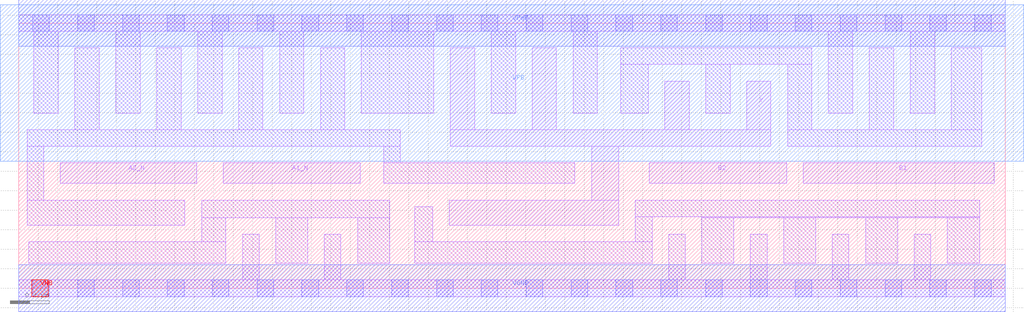
<source format=lef>
# Copyright 2020 The SkyWater PDK Authors
#
# Licensed under the Apache License, Version 2.0 (the "License");
# you may not use this file except in compliance with the License.
# You may obtain a copy of the License at
#
#     https://www.apache.org/licenses/LICENSE-2.0
#
# Unless required by applicable law or agreed to in writing, software
# distributed under the License is distributed on an "AS IS" BASIS,
# WITHOUT WARRANTIES OR CONDITIONS OF ANY KIND, either express or implied.
# See the License for the specific language governing permissions and
# limitations under the License.
#
# SPDX-License-Identifier: Apache-2.0

VERSION 5.7 ;
  NOWIREEXTENSIONATPIN ON ;
  DIVIDERCHAR "/" ;
  BUSBITCHARS "[]" ;
MACRO sky130_fd_sc_hd__o2bb2ai_4
  CLASS CORE ;
  FOREIGN sky130_fd_sc_hd__o2bb2ai_4 ;
  ORIGIN  0.000000  0.000000 ;
  SIZE  10.12000 BY  2.720000 ;
  SYMMETRY X Y R90 ;
  SITE unithd ;
  PIN A1_N
    ANTENNAGATEAREA  0.990000 ;
    DIRECTION INPUT ;
    USE SIGNAL ;
    PORT
      LAYER li1 ;
        RECT 2.095000 1.075000 3.505000 1.285000 ;
    END
  END A1_N
  PIN A2_N
    ANTENNAGATEAREA  0.990000 ;
    DIRECTION INPUT ;
    USE SIGNAL ;
    PORT
      LAYER li1 ;
        RECT 0.425000 1.075000 1.825000 1.285000 ;
    END
  END A2_N
  PIN B1
    ANTENNAGATEAREA  0.990000 ;
    DIRECTION INPUT ;
    USE SIGNAL ;
    PORT
      LAYER li1 ;
        RECT 8.045000 1.075000 10.005000 1.285000 ;
    END
  END B1
  PIN B2
    ANTENNAGATEAREA  0.990000 ;
    DIRECTION INPUT ;
    USE SIGNAL ;
    PORT
      LAYER li1 ;
        RECT 6.465000 1.075000 7.875000 1.285000 ;
    END
  END B2
  PIN VNB
    PORT
      LAYER pwell ;
        RECT 0.135000 -0.085000 0.305000 0.085000 ;
    END
  END VNB
  PIN VPB
    PORT
      LAYER nwell ;
        RECT -0.190000 1.305000 10.310000 2.910000 ;
    END
  END VPB
  PIN Y
    ANTENNADIFFAREA  1.431000 ;
    DIRECTION OUTPUT ;
    USE SIGNAL ;
    PORT
      LAYER li1 ;
        RECT 4.415000 0.645000 6.155000 0.905000 ;
        RECT 4.425000 1.455000 7.715000 1.625000 ;
        RECT 4.425000 1.625000 4.675000 2.465000 ;
        RECT 5.265000 1.625000 5.515000 2.465000 ;
        RECT 5.875000 0.905000 6.155000 1.455000 ;
        RECT 6.625000 1.625000 6.875000 2.125000 ;
        RECT 7.465000 1.625000 7.715000 2.125000 ;
    END
  END Y
  PIN VGND
    DIRECTION INOUT ;
    SHAPE ABUTMENT ;
    USE GROUND ;
    PORT
      LAYER met1 ;
        RECT 0.000000 -0.240000 10.120000 0.240000 ;
    END
  END VGND
  PIN VPWR
    DIRECTION INOUT ;
    SHAPE ABUTMENT ;
    USE POWER ;
    PORT
      LAYER met1 ;
        RECT 0.000000 2.480000 10.120000 2.960000 ;
    END
  END VPWR
  OBS
    LAYER li1 ;
      RECT 0.000000 -0.085000 10.120000 0.085000 ;
      RECT 0.000000  2.635000 10.120000 2.805000 ;
      RECT 0.085000  0.645000  1.705000 0.905000 ;
      RECT 0.085000  0.905000  0.255000 1.455000 ;
      RECT 0.085000  1.455000  3.915000 1.625000 ;
      RECT 0.100000  0.255000  2.125000 0.475000 ;
      RECT 0.155000  1.795000  0.405000 2.635000 ;
      RECT 0.575000  1.625000  0.825000 2.465000 ;
      RECT 0.995000  1.795000  1.245000 2.635000 ;
      RECT 1.415000  1.625000  1.665000 2.465000 ;
      RECT 1.835000  1.795000  2.085000 2.635000 ;
      RECT 1.875000  0.475000  2.125000 0.725000 ;
      RECT 1.875000  0.725000  3.805000 0.905000 ;
      RECT 2.255000  1.625000  2.505000 2.465000 ;
      RECT 2.295000  0.085000  2.465000 0.555000 ;
      RECT 2.635000  0.255000  2.965000 0.725000 ;
      RECT 2.675000  1.795000  2.925000 2.635000 ;
      RECT 3.095000  1.625000  3.345000 2.465000 ;
      RECT 3.135000  0.085000  3.305000 0.555000 ;
      RECT 3.475000  0.255000  3.805000 0.725000 ;
      RECT 3.515000  1.795000  4.255000 2.635000 ;
      RECT 3.745000  1.075000  5.705000 1.285000 ;
      RECT 3.745000  1.285000  3.915000 1.455000 ;
      RECT 4.060000  0.255000  6.495000 0.475000 ;
      RECT 4.060000  0.475000  4.245000 0.835000 ;
      RECT 4.845000  1.795000  5.095000 2.635000 ;
      RECT 5.685000  1.795000  5.935000 2.635000 ;
      RECT 6.175000  1.795000  6.455000 2.295000 ;
      RECT 6.175000  2.295000  8.135000 2.465000 ;
      RECT 6.325000  0.475000  6.495000 0.735000 ;
      RECT 6.325000  0.735000  9.855000 0.905000 ;
      RECT 6.665000  0.085000  6.835000 0.555000 ;
      RECT 7.005000  0.255000  7.335000 0.725000 ;
      RECT 7.005000  0.725000  9.855000 0.735000 ;
      RECT 7.045000  1.795000  7.295000 2.295000 ;
      RECT 7.505000  0.085000  7.675000 0.555000 ;
      RECT 7.845000  0.255000  8.175000 0.725000 ;
      RECT 7.885000  1.455000  9.875000 1.625000 ;
      RECT 7.885000  1.625000  8.135000 2.295000 ;
      RECT 8.305000  1.795000  8.555000 2.635000 ;
      RECT 8.345000  0.085000  8.515000 0.555000 ;
      RECT 8.685000  0.255000  9.015000 0.725000 ;
      RECT 8.725000  1.625000  8.975000 2.465000 ;
      RECT 9.145000  1.795000  9.395000 2.635000 ;
      RECT 9.185000  0.085000  9.355000 0.555000 ;
      RECT 9.525000  0.255000  9.855000 0.725000 ;
      RECT 9.565000  1.625000  9.875000 2.465000 ;
    LAYER mcon ;
      RECT 0.145000 -0.085000 0.315000 0.085000 ;
      RECT 0.145000  2.635000 0.315000 2.805000 ;
      RECT 0.605000 -0.085000 0.775000 0.085000 ;
      RECT 0.605000  2.635000 0.775000 2.805000 ;
      RECT 1.065000 -0.085000 1.235000 0.085000 ;
      RECT 1.065000  2.635000 1.235000 2.805000 ;
      RECT 1.525000 -0.085000 1.695000 0.085000 ;
      RECT 1.525000  2.635000 1.695000 2.805000 ;
      RECT 1.985000 -0.085000 2.155000 0.085000 ;
      RECT 1.985000  2.635000 2.155000 2.805000 ;
      RECT 2.445000 -0.085000 2.615000 0.085000 ;
      RECT 2.445000  2.635000 2.615000 2.805000 ;
      RECT 2.905000 -0.085000 3.075000 0.085000 ;
      RECT 2.905000  2.635000 3.075000 2.805000 ;
      RECT 3.365000 -0.085000 3.535000 0.085000 ;
      RECT 3.365000  2.635000 3.535000 2.805000 ;
      RECT 3.825000 -0.085000 3.995000 0.085000 ;
      RECT 3.825000  2.635000 3.995000 2.805000 ;
      RECT 4.285000 -0.085000 4.455000 0.085000 ;
      RECT 4.285000  2.635000 4.455000 2.805000 ;
      RECT 4.745000 -0.085000 4.915000 0.085000 ;
      RECT 4.745000  2.635000 4.915000 2.805000 ;
      RECT 5.205000 -0.085000 5.375000 0.085000 ;
      RECT 5.205000  2.635000 5.375000 2.805000 ;
      RECT 5.665000 -0.085000 5.835000 0.085000 ;
      RECT 5.665000  2.635000 5.835000 2.805000 ;
      RECT 6.125000 -0.085000 6.295000 0.085000 ;
      RECT 6.125000  2.635000 6.295000 2.805000 ;
      RECT 6.585000 -0.085000 6.755000 0.085000 ;
      RECT 6.585000  2.635000 6.755000 2.805000 ;
      RECT 7.045000 -0.085000 7.215000 0.085000 ;
      RECT 7.045000  2.635000 7.215000 2.805000 ;
      RECT 7.505000 -0.085000 7.675000 0.085000 ;
      RECT 7.505000  2.635000 7.675000 2.805000 ;
      RECT 7.965000 -0.085000 8.135000 0.085000 ;
      RECT 7.965000  2.635000 8.135000 2.805000 ;
      RECT 8.425000 -0.085000 8.595000 0.085000 ;
      RECT 8.425000  2.635000 8.595000 2.805000 ;
      RECT 8.885000 -0.085000 9.055000 0.085000 ;
      RECT 8.885000  2.635000 9.055000 2.805000 ;
      RECT 9.345000 -0.085000 9.515000 0.085000 ;
      RECT 9.345000  2.635000 9.515000 2.805000 ;
      RECT 9.805000 -0.085000 9.975000 0.085000 ;
      RECT 9.805000  2.635000 9.975000 2.805000 ;
  END
END sky130_fd_sc_hd__o2bb2ai_4
END LIBRARY

</source>
